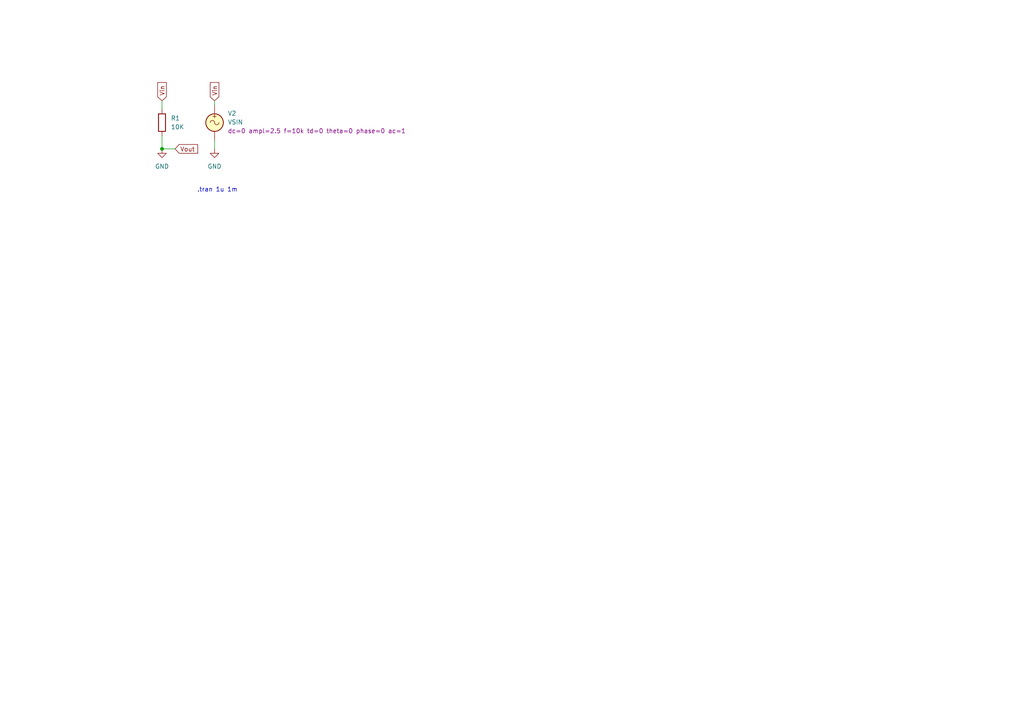
<source format=kicad_sch>
(kicad_sch (version 20231120) (generator "eeschema") (generator_version "8.0")
  (paper "A4")
  (lib_symbols
    (symbol "Device:R" (pin_numbers hide) (pin_names (offset 0))
      (property "Reference" "R" (at 2.032 0 90))
      (property "Value" "R" (at 0 0 90))
      (symbol "R_0_1"
        (rectangle (start -1.016 -2.54) (end 1.016 2.54) (stroke (width 0.254)))
      )
      (symbol "R_1_1"
        (pin passive line (at 0 3.81 270) (length 1.27) (name "~") (number "1"))
        (pin passive line (at 0 -3.81 90) (length 1.27) (name "~") (number "2"))
      )
    )
    (symbol "Simulation_SPICE:VSIN" (pin_numbers hide) (pin_names (offset 0.0254))
      (property "Reference" "V" (at 2.54 2.54 0))
      (property "Value" "VSIN" (at 2.54 0 0))
      (property "Sim.Params" "dc=0 ampl=1 f=1k ac=1" (at 2.54 -2.54 0))
      (symbol "VSIN_0_0"
        (arc (start 0 0) (mid -0.635 0.6323) (end -1.27 0))
        (arc (start 0 0) (mid 0.635 -0.6323) (end 1.27 0))
        (text "+" (at 0 1.905 0) (effects (font (size 1.27 1.27))))
      )
      (symbol "VSIN_0_1"
        (circle (center 0 0) (radius 2.54) (stroke (width 0.254)) (fill (type background)))
      )
      (symbol "VSIN_1_1"
        (pin passive line (at 0 5.08 270) (length 2.54) (name "~") (number "1"))
        (pin passive line (at 0 -5.08 90) (length 2.54) (name "~") (number "2"))
      )
    )
    (symbol "power:GND" (power) (pin_names (offset 0))
      (property "Value" "GND" (at 0 -3.81 0))
      (symbol "GND_0_1"
        (polyline (pts (xy 0 0) (xy 0 -1.27) (xy 1.27 -1.27) (xy 0 -2.54) (xy -1.27 -1.27) (xy 0 -1.27)))
      )
      (symbol "GND_1_1"
        (pin power_in line (at 0 0 270) (length 0) hide (name "GND") (number "1"))
      )
    )
  )
  (junction (at 46.99 43.18))
  (wire (pts (xy 62.23 30.48) (xy 62.23 29.21)))
  (wire (pts (xy 62.23 43.18) (xy 62.23 40.64)))
  (wire (pts (xy 46.99 29.21) (xy 46.99 31.75)))
  (wire (pts (xy 46.99 39.37) (xy 46.99 43.18)))
  (wire (pts (xy 46.99 43.18) (xy 50.8 43.18)))
  (text ".tran 1u 1m" (at 57.15 55.88 0) (effects (font (size 1.27 1.27)) (justify left bottom)))
  (global_label "Vout" (shape input) (at 50.8 43.18 0) (property "Intersheetrefs" "${INTERSHEET_REFS}" (effects (hide yes))))
  (global_label "Vin" (shape input) (at 46.99 29.21 90) (property "Intersheetrefs" "${INTERSHEET_REFS}" (effects (hide yes))))
  (global_label "Vin" (shape input) (at 62.23 29.21 90) (property "Intersheetrefs" "${INTERSHEET_REFS}" (effects (hide yes))))
  (symbol (lib_id "power:GND") (at 62.23 43.18 0) (unit 1)
    (property "Reference" "#PWR02" (effects (hide yes)))
    (property "Value" "GND" (at 62.23 48.26 0))
  )
  (symbol (lib_id "power:GND") (at 46.99 43.18 0) (unit 1)
    (property "Reference" "#PWR01" (effects (hide yes)))
    (property "Value" "GND" (at 46.99 48.26 0))
  )
  (symbol (lib_id "Device:R") (at 46.99 35.56 180) (unit 1)
    (property "Reference" "R1" (at 49.53 34.2899 0) (effects (justify right)))
    (property "Value" "10K" (at 49.53 36.8299 0) (effects (justify right)))
    (property "Sim.Device" "R" (effects (hide yes)))
    (property "Sim.Pins" "1=+ 2=-" (effects (hide yes)))
  )
  (symbol (lib_id "Simulation_SPICE:VSIN") (at 62.23 35.56 0) (unit 1)
    (property "Reference" "V2" (at 66.04 32.8902 0) (effects (justify left)))
    (property "Value" "VSIN" (at 66.04 35.4302 0) (effects (justify left)))
    (property "Sim.Pins" "1=+ 2=-" (effects (hide yes)))
    (property "Sim.Params" "dc=0 ampl=2.5 f=10k td=0 theta=0 phase=0 ac=1" (at 66.04 37.9702 0) (effects (justify left)))
    (property "Sim.Type" "SIN" (effects (hide yes)))
    (property "Sim.Device" "V" (effects (hide yes)))
  )
)
</source>
